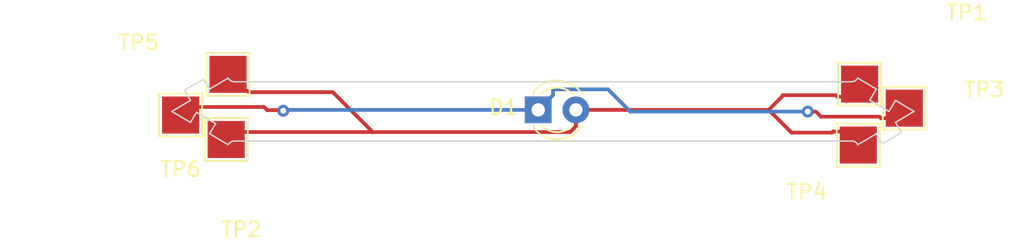
<source format=kicad_pcb>
(kicad_pcb (version 20211014) (generator pcbnew)
  (layers (0 "F.Cu" signal) (31 "B.Cu" signal) (34 "B.Paste" user) (35 "F.Paste" user) (36 "B.SilkS" user "B.Silkscreen") (37 "F.SilkS" user "F.Silkscreen") (38 "B.Mask" user) (39 "F.Mask" user) (44 "Edge.Cuts" user))
  (net 0 "")
  (net 1 "GND")
  (net 2 "+5V")
  (footprint "TestPoint:TestPoint_Pad_2.5x2.5mm" (layer "F.Cu") (at 204.687511 98.49086)
    (fp_text reference "TP1" (at 4.198639 -6.454146) (layer "F.SilkS"))
    (fp_text value "TestPoint")
    (fp_line (start 1.45 1.45) (end -1.45 1.45) (layer "F.SilkS") (width 0.12))
    (fp_line (start 1.45 -1.45) (end 1.45 1.45) (layer "F.SilkS") (width 0.12))
    (fp_line (start -1.45 1.45) (end -1.45 -1.45) (layer "F.SilkS") (width 0.12))
    (fp_line (start -1.45 -1.45) (end 1.45 -1.45) (layer "F.SilkS") (width 0.12))
    (pad "1" smd rect (at 0 0) (size 2.5 2.5) (layers "F.Cu" "F.Mask") (net 1 "GND"))
  )
  (footprint "TestPoint:TestPoint_Pad_2.5x2.5mm" (layer "F.Cu") (at 159.128905 96.206724)
    (fp_text reference "TP5" (at -6.007902 -2.148) (layer "F.SilkS"))
    (fp_text value "TestPoint")
    (fp_line (start -1.45 -1.45) (end 1.45 -1.45) (layer "F.SilkS") (width 0.12))
    (fp_line (start -1.45 1.45) (end -1.45 -1.45) (layer "F.SilkS") (width 0.12))
    (fp_line (start 1.45 1.45) (end -1.45 1.45) (layer "F.SilkS") (width 0.12))
    (fp_line (start 1.45 -1.45) (end 1.45 1.45) (layer "F.SilkS") (width 0.12))
    (pad "1" smd rect (at 0 0) (size 2.5 2.5) (layers "F.Cu" "F.Mask") (net 2 "+5V"))
  )
  (footprint "TestPoint:TestPoint_Pad_2.5x2.5mm" (layer "F.Cu") (at 155.932512 98.954186)
    (fp_text reference "TP6" (at 0 3.660232) (layer "F.SilkS"))
    (fp_text value "TestPoint")
    (fp_line (start -1.45 -1.45) (end 1.45 -1.45) (layer "F.SilkS") (width 0.12))
    (fp_line (start 1.45 -1.45) (end 1.45 1.45) (layer "F.SilkS") (width 0.12))
    (fp_line (start -1.45 1.45) (end -1.45 -1.45) (layer "F.SilkS") (width 0.12))
    (fp_line (start 1.45 1.45) (end -1.45 1.45) (layer "F.SilkS") (width 0.12))
    (pad "1" smd rect (at 0 0) (size 2.5 2.5) (layers "F.Cu" "F.Mask") (net 1 "GND"))
  )
  (footprint "TestPoint:TestPoint_Pad_2.5x2.5mm" (layer "F.Cu") (at 201.677507 96.86764)
    (fp_text reference "TP4" (at -3.557507 7.27236) (layer "F.SilkS"))
    (fp_text value "TestPoint")
    (fp_line (start -1.45 1.45) (end -1.45 -1.45) (layer "F.SilkS") (width 0.12))
    (fp_line (start -1.45 -1.45) (end 1.45 -1.45) (layer "F.SilkS") (width 0.12))
    (fp_line (start 1.45 -1.45) (end 1.45 1.45) (layer "F.SilkS") (width 0.12))
    (fp_line (start 1.45 1.45) (end -1.45 1.45) (layer "F.SilkS") (width 0.12))
    (pad "1" smd rect (at 0 0) (size 2.5 2.5) (layers "F.Cu" "F.Mask") (net 2 "+5V"))
  )
  (footprint "LED_THT:LED_D3.0mm" (layer "F.Cu") (at 180.025214 98.606946)
    (fp_text reference "D1" (at -2.327633 -0.170004) (layer "F.SilkS"))
    (fp_text value "LED")
    (fp_line (start -0.29 1.08) (end -0.29 1.236) (layer "F.SilkS") (width 0.12))
    (fp_line (start -0.29 -1.236) (end -0.29 -1.08) (layer "F.SilkS") (width 0.12))
    (fp_arc (start -0.29 -1.235516) (mid 1.366487 -1.987659) (end 2.942335 -1.078608) (layer "F.SilkS") (width 0.12))
    (fp_arc (start 2.31113 1.079837) (mid 1.270117 1.5) (end 0.229039 1.08) (layer "F.SilkS") (width 0.12))
    (fp_arc (start 0.229039 -1.08) (mid 1.270117 -1.5) (end 2.31113 -1.079837) (layer "F.SilkS") (width 0.12))
    (fp_arc (start 2.942335 1.078608) (mid 1.366487 1.987659) (end -0.29 1.235516) (layer "F.SilkS") (width 0.12))
    (pad "1" thru_hole rect (at 0 0) (size 1.8 1.8) (drill 0.9) (layers *.Cu *.Mask) (net 1 "GND"))
    (pad "2" thru_hole circle (at 2.54 0) (size 1.8 1.8) (drill 0.9) (layers *.Cu *.Mask) (net 2 "+5V"))
  )
  (footprint "TestPoint:TestPoint_Pad_2.5x2.5mm" (layer "F.Cu") (at 201.587721 100.979854)
    (fp_text reference "TP3" (at 8.47772 -3.735661) (layer "F.SilkS"))
    (fp_text value "TestPoint")
    (fp_line (start -1.45 -1.45) (end 1.45 -1.45) (layer "F.SilkS") (width 0.12))
    (fp_line (start 1.45 -1.45) (end 1.45 1.45) (layer "F.SilkS") (width 0.12))
    (fp_line (start 1.45 1.45) (end -1.45 1.45) (layer "F.SilkS") (width 0.12))
    (fp_line (start -1.45 1.45) (end -1.45 -1.45) (layer "F.SilkS") (width 0.12))
    (pad "1" smd rect (at 0 0) (size 2.5 2.5) (layers "F.Cu" "F.Mask") (net 2 "+5V"))
  )
  (footprint "TestPoint:TestPoint_Pad_2.5x2.5mm" (layer "F.Cu") (at 159.003204 100.606254)
    (fp_text reference "TP2" (at 1.016796 6.073746) (layer "F.SilkS"))
    (fp_text value "TestPoint")
    (fp_line (start -1.45 1.45) (end -1.45 -1.45) (layer "F.SilkS") (width 0.12))
    (fp_line (start 1.45 1.45) (end -1.45 1.45) (layer "F.SilkS") (width 0.12))
    (fp_line (start 1.45 -1.45) (end 1.45 1.45) (layer "F.SilkS") (width 0.12))
    (fp_line (start -1.45 -1.45) (end 1.45 -1.45) (layer "F.SilkS") (width 0.12))
    (pad "1" smd rect (at 0 0) (size 2.5 2.5) (layers "F.Cu" "F.Mask") (net 2 "+5V"))
  )
  (gr_line (start 157.88501 100.21768) (end 158.290019 99.535232) (layer "Edge.Cuts") (width 0.1))
  (gr_line (start 204.094233 97.967985) (end 203.653835 98.710064) (layer "Edge.Cuts") (width 0.1))
  (gr_line (start 202.80429 100.21768) (end 203.209299 100.900128) (layer "Edge.Cuts") (width 0.1))
  (gr_line (start 159.573967 96.710064) (end 201.115332 96.710064) (layer "Edge.Cuts") (width 0.1))
  (gr_line (start 201.553873 100.959759) (end 202.80429 100.21768) (layer "Edge.Cuts") (width 0.1))
  (gr_line (start 155.34465 98.710064) (end 156.595067 97.967985) (layer "Edge.Cuts") (width 0.1))
  (gr_line (start 205.34465 98.710064) (end 204.094233 97.967985) (layer "Edge.Cuts") (width 0.1))
  (gr_line (start 158.290019 99.535232) (end 157.000076 98.769695) (layer "Edge.Cuts") (width 0.1))
  (gr_arc (start 159.573967 96.710064) (mid 159.321645 96.643265) (end 159.135427 96.460369) (layer "Edge.Cuts") (width 0.1))
  (gr_line (start 203.653835 98.710064) (end 202.363891 97.944527) (layer "Edge.Cuts") (width 0.1))
  (gr_line (start 203.209299 100.900128) (end 204.499242 100.134591) (layer "Edge.Cuts") (width 0.1))
  (gr_line (start 156.595067 99.452143) (end 155.34465 98.710064) (layer "Edge.Cuts") (width 0.1))
  (gr_line (start 204.094233 99.452143) (end 205.34465 98.710064) (layer "Edge.Cuts") (width 0.1))
  (gr_line (start 201.175009 100.710064) (end 159.573967 100.710064) (layer "Edge.Cuts") (width 0.1))
  (gr_line (start 202.363891 97.944527) (end 202.80429 97.202448) (layer "Edge.Cuts") (width 0.1))
  (gr_arc (start 159.135427 100.959759) (mid 159.321645 100.776863) (end 159.573967 100.710064) (layer "Edge.Cuts") (width 0.1))
  (gr_line (start 202.80429 97.202448) (end 201.553873 96.460369) (layer "Edge.Cuts") (width 0.1))
  (gr_line (start 204.499242 100.134591) (end 204.094233 99.452143) (layer "Edge.Cuts") (width 0.1))
  (gr_line (start 157.48 96.52) (end 157.88501 97.202448) (layer "Edge.Cuts") (width 0.1))
  (gr_line (start 159.135427 100.959759) (end 157.88501 100.21768) (layer "Edge.Cuts") (width 0.1))
  (gr_line (start 156.190057 97.285537) (end 157.48 96.52) (layer "Edge.Cuts") (width 0.1))
  (gr_arc (start 201.553873 96.460369) (mid 201.367654 96.643265) (end 201.115332 96.710064) (layer "Edge.Cuts") (width 0.1))
  (gr_line (start 156.595067 97.967985) (end 156.190057 97.285537) (layer "Edge.Cuts") (width 0.1))
  (gr_arc (start 201.175009 100.710064) (mid 201.401882 100.778102) (end 201.553873 100.959759) (layer "Edge.Cuts") (width 0.1))
  (gr_line (start 157.000076 98.769695) (end 156.595067 99.452143) (layer "Edge.Cuts") (width 0.1))
  (gr_line (start 157.88501 97.202448) (end 159.135427 96.460369) (layer "Edge.Cuts") (width 0.1))
  (segment (start 161.764786 98.625576) (end 161.547999 98.408789) (width 0.25) (layer "F.Cu") (net 1))
  (segment (start 204.009056 99.169315) (end 204.687511 98.49086) (width 0.25) (layer "F.Cu") (net 1))
  (segment (start 198.186302 98.720102) (end 198.729148 98.720102) (width 0.25) (layer "F.Cu") (net 1))
  (segment (start 162.809744 98.625576) (end 161.764786 98.625576) (width 0.25) (layer "F.Cu") (net 1))
  (segment (start 203.009245 99.064565) (end 203.113995 99.169315) (width 0.25) (layer "F.Cu") (net 1))
  (segment (start 161.547999 98.408789) (end 156.462374 98.408789) (width 0.25) (layer "F.Cu") (net 1))
  (segment (start 199.073611 99.064565) (end 203.009245 99.064565) (width 0.25) (layer "F.Cu") (net 1))
  (segment (start 198.729148 98.720102) (end 199.073611 99.064565) (width 0.25) (layer "F.Cu") (net 1))
  (segment (start 203.113995 99.169315) (end 204.009056 99.169315) (width 0.25) (layer "F.Cu") (net 1))
  (segment (start 162.85065 98.666482) (end 162.809744 98.625576) (width 0.25) (layer "F.Cu") (net 1))
  (segment (start 156.462374 98.408789) (end 155.95519 98.915973) (width 0.25) (layer "F.Cu") (net 1))
  (via (at 162.85065 98.666482) (size 0.8) (drill 0.4) (layers "F.Cu" "B.Cu") (net 1))
  (via (at 198.186302 98.720102) (size 0.8) (drill 0.4) (layers "F.Cu" "B.Cu") (net 1))
  (segment (start 162.910186 98.606946) (end 162.85065 98.666482) (width 0.25) (layer "B.Cu") (net 1))
  (segment (start 180.025214 98.606946) (end 162.910186 98.606946) (width 0.25) (layer "B.Cu") (net 1))
  (segment (start 185.156616 97.6477) (end 186.229018 98.720102) (width 0.25) (layer "B.Cu") (net 1))
  (segment (start 181.027867 97.218739) (end 184.727655 97.218739) (width 0.25) (layer "B.Cu") (net 1))
  (segment (start 181.027867 97.604293) (end 181.027867 97.218739) (width 0.25) (layer "B.Cu") (net 1))
  (segment (start 180.025214 98.606946) (end 181.027867 97.604293) (width 0.25) (layer "B.Cu") (net 1))
  (segment (start 186.229018 98.720102) (end 198.186302 98.720102) (width 0.25) (layer "B.Cu") (net 1))
  (segment (start 184.727655 97.218739) (end 185.156616 97.6477) (width 0.25) (layer "B.Cu") (net 1))
  (segment (start 182.565214 99.713685) (end 182.174707 100.104192) (width 0.25) (layer "F.Cu") (net 2))
  (segment (start 160.535552 97.411002) (end 160.432118 97.307568) (width 0.25) (layer "F.Cu") (net 2))
  (segment (start 166.185958 97.411002) (end 160.535552 97.411002) (width 0.25) (layer "F.Cu") (net 2))
  (segment (start 168.879148 100.104192) (end 159.505266 100.104192) (width 0.25) (layer "F.Cu") (net 2))
  (segment (start 196.495929 97.668197) (end 196.495929 97.614159) (width 0.25) (layer "F.Cu") (net 2))
  (segment (start 196.495929 97.614159) (end 200.087383 97.614159) (width 0.25) (layer "F.Cu") (net 2))
  (segment (start 168.879148 100.104192) (end 166.185958 97.411002) (width 0.25) (layer "F.Cu") (net 2))
  (segment (start 197.091508 100.141274) (end 199.817197 100.141274) (width 0.25) (layer "F.Cu") (net 2))
  (segment (start 200.195126 97.721902) (end 200.823245 97.721902) (width 0.25) (layer "F.Cu") (net 2))
  (segment (start 182.565214 98.606946) (end 182.565214 99.713685) (width 0.25) (layer "F.Cu") (net 2))
  (segment (start 199.890813 100.067658) (end 200.287398 100.067658) (width 0.25) (layer "F.Cu") (net 2))
  (segment (start 199.817197 100.141274) (end 199.890813 100.067658) (width 0.25) (layer "F.Cu") (net 2))
  (segment (start 200.823245 97.721902) (end 201.677507 96.86764) (width 0.25) (layer "F.Cu") (net 2))
  (segment (start 195.55718 98.606946) (end 196.495929 97.668197) (width 0.25) (layer "F.Cu") (net 2))
  (segment (start 182.174707 100.104192) (end 168.879148 100.104192) (width 0.25) (layer "F.Cu") (net 2))
  (segment (start 195.55718 98.606946) (end 197.091508 100.141274) (width 0.25) (layer "F.Cu") (net 2))
  (segment (start 182.565214 98.606946) (end 195.55718 98.606946) (width 0.25) (layer "F.Cu") (net 2))
  (segment (start 200.087383 97.614159) (end 200.195126 97.721902) (width 0.25) (layer "F.Cu") (net 2))
  (segment (start 159.505266 100.104192) (end 159.003204 100.606254) (width 0.25) (layer "F.Cu") (net 2))
  (segment (start 199.817197 100.141274) (end 199.906564 100.051907) (width 0.25) (layer "F.Cu") (net 2))
)
</source>
